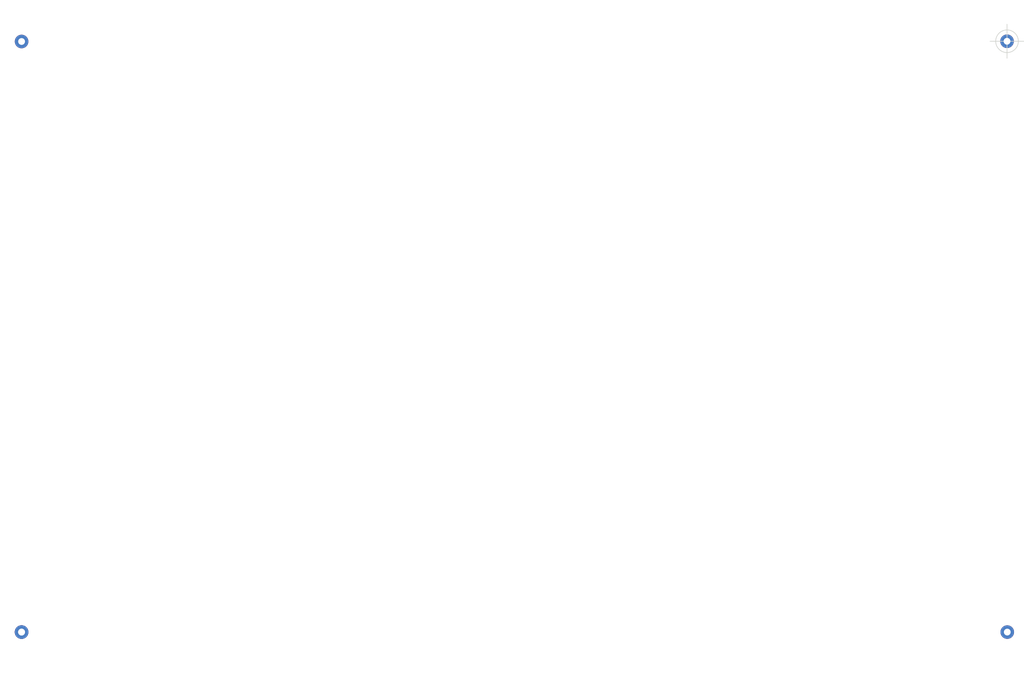
<source format=kicad_pcb>
(kicad_pcb (version 20171130) (host pcbnew 5.1.6-c6e7f7d~86~ubuntu18.04.1)

  (general
    (thickness 1.6)
    (drawings 4)
    (tracks 5)
    (zones 0)
    (modules 0)
    (nets 1)
  )

  (page A4)
  (layers
    (0 F.Cu signal)
    (31 B.Cu signal)
    (32 B.Adhes user)
    (33 F.Adhes user)
    (34 B.Paste user)
    (35 F.Paste user)
    (36 B.SilkS user)
    (37 F.SilkS user)
    (38 B.Mask user)
    (39 F.Mask user)
    (40 Dwgs.User user)
    (41 Cmts.User user)
    (42 Eco1.User user)
    (43 Eco2.User user)
    (44 Edge.Cuts user)
    (45 Margin user)
    (46 B.CrtYd user)
    (47 F.CrtYd user)
    (48 B.Fab user)
    (49 F.Fab user)
  )

  (setup
    (last_trace_width 0.25)
    (user_trace_width 0.762)
    (user_trace_width 1.016)
    (user_trace_width 1.27)
    (trace_clearance 0.2)
    (zone_clearance 0.508)
    (zone_45_only no)
    (trace_min 0.2)
    (via_size 0.8)
    (via_drill 0.4)
    (via_min_size 0.4)
    (via_min_drill 0.3)
    (user_via 0.508 0.3048)
    (user_via 0.762 0.381)
    (user_via 1.016 0.508)
    (uvia_size 0.3)
    (uvia_drill 0.1)
    (uvias_allowed no)
    (uvia_min_size 0.2)
    (uvia_min_drill 0.1)
    (edge_width 0.1)
    (segment_width 0.2)
    (pcb_text_width 0.3)
    (pcb_text_size 1.5 1.5)
    (mod_edge_width 0.15)
    (mod_text_size 1 1)
    (mod_text_width 0.15)
    (pad_size 2.4 1.6)
    (pad_drill 0.8)
    (pad_to_mask_clearance 0)
    (aux_axis_origin 108.9559 152.6332)
    (grid_origin 42.46 126.745)
    (visible_elements FFFFFF7F)
    (pcbplotparams
      (layerselection 0x010fc_ffffffff)
      (usegerberextensions false)
      (usegerberattributes false)
      (usegerberadvancedattributes false)
      (creategerberjobfile false)
      (excludeedgelayer true)
      (linewidth 0.100000)
      (plotframeref false)
      (viasonmask false)
      (mode 1)
      (useauxorigin false)
      (hpglpennumber 1)
      (hpglpenspeed 20)
      (hpglpendiameter 15.000000)
      (psnegative false)
      (psa4output false)
      (plotreference true)
      (plotvalue true)
      (plotinvisibletext false)
      (padsonsilk false)
      (subtractmaskfromsilk false)
      (outputformat 1)
      (mirror false)
      (drillshape 0)
      (scaleselection 1)
      (outputdirectory "/home/mike/Documents/pcbs/"))
  )

  (net 0 "")

  (net_class Default "This is the default net class."
    (clearance 0.2)
    (trace_width 0.25)
    (via_dia 0.8)
    (via_drill 0.4)
    (uvia_dia 0.3)
    (uvia_drill 0.1)
  )

  (gr_line (start 35.04 29.555) (end 35.04 129.555) (layer Margin) (width 0.15) (tstamp 5EEB6921))
  (target plus (at 183.14 35.555) (size 5) (width 0.1) (layer Edge.Cuts))
  (gr_line (start 185.14 29.555) (end 35.04 29.555) (layer Margin) (width 0.15))
  (gr_line (start 185.14 129.555) (end 185.14 29.555) (layer Margin) (width 0.15))

  (via (at 183.14 35.555) (size 2) (drill 1) (layers F.Cu B.Cu) (net 0))
  (via (at 38.14 122.555) (size 2) (drill 1) (layers F.Cu B.Cu) (net 0))
  (via (at 38.14 122.555) (size 2) (drill 1) (layers F.Cu B.Cu) (net 0))
  (via (at 183.176 122.554) (size 2) (drill 1) (layers F.Cu B.Cu) (net 0))
  (via (at 38.142 35.59) (size 2) (drill 1) (layers F.Cu B.Cu) (net 0))

)

</source>
